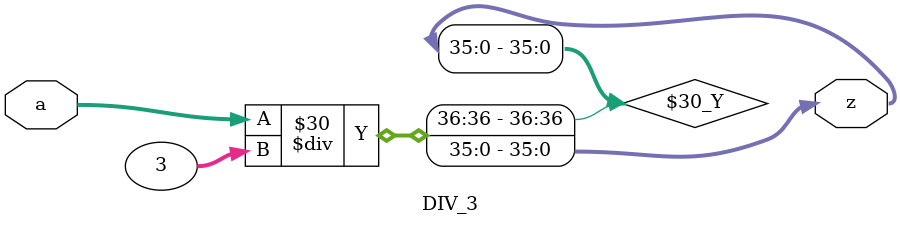
<source format=v>

`ifdef RTL
	`include "GATED_OR.v"
`else
	`include "Netlist/GATED_OR_SYN.v"
`endif
// synopsys translate_on

module SAD(
    //Input signals
    clk,
    rst_n,
    cg_en,
    in_valid,
	in_data1,
    T,
    in_data2,
    w_Q,
    w_K,
    w_V,

    //Output signals
    out_valid,
    out_data
    );

input clk;
input rst_n;
input in_valid;
input cg_en;
input signed [5:0] in_data1;
input [3:0] T;
input signed [7:0] in_data2;
input signed [7:0] w_Q;
input signed [7:0] w_K;
input signed [7:0] w_V;

output reg out_valid;
output reg signed [91:0] out_data;

//==============================================//
//       parameter & integer declaration        //
//==============================================//
parameter d_model = 'd8;

genvar k;

//==============================================//
//           reg & wire declaration             //
//==============================================//

reg [8:0] cnt_clk, next_cnt_clk;  // 0 ~ 307 (9 bits)
reg [6:0] handle_cycles_t8;   // 1*8 or 4*8 or 8*8 = 8 ~ 64
reg [6:0] handle_cycles_tt;   // 1*1 or 4*4 or 8*8 = 1 ~ 64
reg [8:0] QK_start_cycle;
reg [8:0] SV_start_cycle;
reg [8:0] out_start_cycle;
reg [8:0] end_cycle;     // max = 307 ??

// ----------------- input buffer -----------------
wire in_data1_valid, in_data2_valid, Q_valid, K_valid, V_valid;

reg signed [5:0] in_data1_reg [0:15];
reg [3:0] T_reg;
wire signed [7:0] in_data2_reg [0:63];
wire signed [7:0] w_Q_reg [0:63];
wire signed [7:0] w_K_reg [0:63];
wire signed [7:0] w_V_reg [0:63];

// ----------------- det -----------------
reg [3:0] det_cnt;    // 0 ~ 11
wire is_det;
reg  is_det_d1, is_det_d2, is_det_d3;

reg signed [20:0] det_tmp;   // 21-bit
reg signed [24:0] det_result;

// ----------------- matrix multiply -----------------
reg [4:0] mult_cnt_small;   // 0~191
reg [4:0] mult_cnt_small_d1;
wire is_multiplying;
wire Q_mult, K_mult, V_mult;
reg  Q_mult_d1, K_mult_d1, V_mult_d1;

wire signed [7:0] w_Q_transpose [0:63];
wire signed [7:0] w_K_transpose [0:63];
wire signed [7:0] w_V_transpose [0:63];

wire is_QK;
reg [5:0] mult_cnt_QK, mult_cnt_QK_d1, mult_cnt_QK_d2, mult_cnt_QK_d3;

reg signed [37:0] A_tmp;     // 38-bit
wire signed [36:0] A_pos;     // 37-bit

reg [36:0] div_a;   // 37-bit, all positive, unsigned
reg [35:0] div_z;   // 36-bit

reg signed [36:0] S_reg [0:63];

wire is_SV;
reg is_SV_d1;
reg [7:0] mult_cnt_SV, mult_cnt_SV_d1;   // 0~191

reg signed [18:0] V_transpose [0:63];

// ----------------- mult -----------------
reg signed [7:0]  mult_s1_a [0:7];
reg signed [7:0]  mult_s1_b [0:7];
reg signed [15:0] mult_s1_z [0:7];

reg signed [7:0]  mult_s2_a [0:7];
reg signed [7:0]  mult_s2_b [0:7];
reg signed [15:0] mult_s2_z [0:7];

reg signed [18:0] mult_b_a [0:7];
wire signed [36:0] mult_b_b [0:7];
reg signed [53:0] mult_b_z [0:7];

reg signed [24:0] mult_f_a;
reg signed [53:0] mult_f_b;
reg signed [91:0] mult_f_z;

reg signed [18:0] Q_reg [0:63], K_reg [0:63], V_reg [0:63];     // 19-bit

//==============================================//
//                  design                      //
//==============================================//

wire the_end = (cnt_clk == end_cycle);

// reg [8:0] cnt_clk;  // 0 ~ 307 (9 bits)
always @(posedge clk or negedge rst_n) begin
	if (!rst_n) cnt_clk <= 7'b0;
	else cnt_clk <= next_cnt_clk;
end

// reg [8:0] next_cnt_clk;  // 0 ~ 307 (9 bits)
always @(*) begin
    next_cnt_clk = cnt_clk;
    if      (the_end)                    next_cnt_clk = 9'b0;
    else if (cnt_clk > 9'b0 || in_valid) next_cnt_clk = cnt_clk + 9'd1;
end

// ----------------- input -----------------

// wire in_data1_valid, in_data2_valid, Q_valid, K_valid, V_valid;
assign in_data1_valid = in_valid && cnt_clk < 9'd16;
assign in_data2_valid = in_valid && cnt_clk < ({3'd0, T_reg} << 3);
assign Q_valid = in_valid &&                     cnt_clk < 9'd64;
assign K_valid = in_valid && cnt_clk > 9'd63  && cnt_clk < 9'd128;
assign V_valid = in_valid && cnt_clk > 9'd127 && cnt_clk < 9'd192;

// reg [3:0] T_reg;
always @(posedge clk or negedge rst_n) begin
    if      (!rst_n)                      T_reg <= 4'd0;
    else if (in_valid && cnt_clk == 9'd0) T_reg <= T;
end

// reg [6:0] handle_cycles_t8;   // 1*8 or 4*8 or 8*8 = 8 ~ 64
always @(*) begin
    case (T_reg)
        1:       handle_cycles_t8 = 7'd8;
        4:       handle_cycles_t8 = 7'd32;
        default: handle_cycles_t8 = 7'd64;
    endcase
end
// reg [6:0] handle_cycles_tt;   // 1*1 or 4*4 or 8*8 = 1 ~ 64
always @(*) begin
    case (T_reg)
        1:       handle_cycles_tt = 7'd1;
        4:       handle_cycles_tt = 7'd32;
        default: handle_cycles_tt = 7'd64;
    endcase
end

// reg [8:0] QK_start_cycle;
always @(*) begin
    case (T_reg)
        1:       QK_start_cycle = 9'd190;
        4:       QK_start_cycle = 9'd148;
        default: QK_start_cycle = 9'd148;
    endcase
end

// reg [8:0] SV_start_cycle;
always @(*) begin
    case (T_reg)
        1:       SV_start_cycle = 9'd194;
        4:       SV_start_cycle = 9'd195;
        default: SV_start_cycle = 9'd212;
    endcase
end

// reg [8:0] out_start_cycle;
always @(*) begin
    case (T_reg)
        1:       out_start_cycle = 9'd196;
        4:       out_start_cycle = 9'd197;
        default: out_start_cycle = 9'd214;
    endcase
end

// reg [8:0] end_cycle;     // max = 307 ??
always @(*) begin
    case (T_reg)
        1:       end_cycle = 9'd204;
        4:       end_cycle = 9'd229;
        default: end_cycle = 9'd278;
    endcase
end

wire in_data1_clk;
wire in_data1_sleep = cg_en & ~(cnt_clk <= 27);
GATED_OR GATED_in_data1 (.CLOCK(clk), .SLEEP_CTRL(in_data1_sleep), .RST_N(rst_n), .CLOCK_GATED(in_data1_clk));

// reg signed [5:0] in_data1_reg [0:15];
always @(posedge in_data1_clk or negedge rst_n) begin
// always @(posedge clk or negedge rst_n) begin
    integer i;
    if (!rst_n) for (i = 0; i < 16; i  = i + 1) in_data1_reg[i] <= 6'd0;
    // ----------------- input -----------------
    else if (in_data1_valid) in_data1_reg[cnt_clk] <= in_data1;
    // -------------- determinent --------------
    else if (is_det) begin
        in_data1_reg[0] <= in_data1_reg[1];
        in_data1_reg[1] <= in_data1_reg[2];
        in_data1_reg[2] <= in_data1_reg[3];
        in_data1_reg[3] <= in_data1_reg[0];

        in_data1_reg[4] <= in_data1_reg[5];
        in_data1_reg[5] <= in_data1_reg[6];
        in_data1_reg[6] <= in_data1_reg[7];
        in_data1_reg[7] <= in_data1_reg[4];
        
        in_data1_reg[8] <= in_data1_reg[9];
        in_data1_reg[9] <= in_data1_reg[10];
        in_data1_reg[10] <= in_data1_reg[11];
        in_data1_reg[11] <= in_data1_reg[8];

        in_data1_reg[12] <= in_data1_reg[13];
        in_data1_reg[13] <= in_data1_reg[14];
        in_data1_reg[14] <= in_data1_reg[15];
        in_data1_reg[15] <= in_data1_reg[12];
    end
end

wire in_data2_clk_h1, in_data2_clk_h2;
wire in_data2_sleep = cg_en & ~(cnt_clk < ({3'd0, T_reg} << 3)) & ~(the_end);
GATED_OR GATED_in_data2_h1 (.CLOCK(clk), .SLEEP_CTRL(in_data2_sleep), .RST_N(rst_n), .CLOCK_GATED(in_data2_clk_h1));
GATED_OR GATED_in_data2_h2 (.CLOCK(clk), .SLEEP_CTRL(in_data2_sleep), .RST_N(rst_n), .CLOCK_GATED(in_data2_clk_h2));

reg signed [7:0] in_data2_reg_h1 [0:31], in_data2_reg_h2 [32:63];

// reg signed [7:0] in_data2_reg [0:63];
always @(posedge in_data2_clk_h1 or negedge rst_n) begin
// always @(posedge clk or negedge rst_n) begin
    integer i;
    if      (!rst_n)                            for (i = 0; i < 32; i  = i + 1) in_data2_reg_h1[i] <= 8'd0;
    else if (the_end)                           for (i = 8; i < 32; i  = i + 1) in_data2_reg_h1[i] <= 8'd0;
    else if (in_data2_valid && cnt_clk < 9'd32) in_data2_reg_h1[cnt_clk] <= in_data2;
end

always @(posedge in_data2_clk_h2 or negedge rst_n) begin
// always @(posedge clk or negedge rst_n) begin
    integer i;
    if      (!rst_n)                            for (i = 32; i < 64; i  = i + 1) in_data2_reg_h2[i] <= 8'd0;
    else if (the_end)                           for (i = 32; i < 64; i  = i + 1) in_data2_reg_h2[i] <= 8'd0;
    else if (in_data2_valid && cnt_clk > 9'd31) in_data2_reg_h2[cnt_clk] <= in_data2;
end

generate
    for (k = 0; k < 32; k = k + 1) begin: recover_in_data2_reg
        assign in_data2_reg[k]    = in_data2_reg_h1[k];
        assign in_data2_reg[k+32] = in_data2_reg_h2[k+32];
    end
endgenerate

wire w_Q_clk_h1, w_Q_clk_h2;
wire w_K_clk_h1, w_K_clk_h2;
wire w_V_clk_h1, w_V_clk_h2;
wire w_Q_sleep = cg_en & ~(cnt_clk < 9'd64);
wire w_K_sleep = cg_en & ~(cnt_clk > 9'd63  && cnt_clk < 9'd128);
wire w_V_sleep = cg_en & ~(cnt_clk > 9'd127 && cnt_clk < 9'd192);
GATED_OR GATED_w_Q_h1 (.CLOCK(clk), .SLEEP_CTRL(w_Q_sleep), .RST_N(rst_n), .CLOCK_GATED(w_Q_clk_h1));
GATED_OR GATED_w_K_h1 (.CLOCK(clk), .SLEEP_CTRL(w_K_sleep), .RST_N(rst_n), .CLOCK_GATED(w_K_clk_h1));
GATED_OR GATED_w_V_h1 (.CLOCK(clk), .SLEEP_CTRL(w_V_sleep), .RST_N(rst_n), .CLOCK_GATED(w_V_clk_h1));
GATED_OR GATED_w_Q_h2 (.CLOCK(clk), .SLEEP_CTRL(w_Q_sleep), .RST_N(rst_n), .CLOCK_GATED(w_Q_clk_h2));
GATED_OR GATED_w_K_h2 (.CLOCK(clk), .SLEEP_CTRL(w_K_sleep), .RST_N(rst_n), .CLOCK_GATED(w_K_clk_h2));
GATED_OR GATED_w_V_h2 (.CLOCK(clk), .SLEEP_CTRL(w_V_sleep), .RST_N(rst_n), .CLOCK_GATED(w_V_clk_h2));

reg signed [7:0] w_Q_reg_h1 [0:31], w_Q_reg_h2 [32:63];
reg signed [7:0] w_K_reg_h1 [0:31], w_K_reg_h2 [32:63];
reg signed [7:0] w_V_reg_h1 [0:31], w_V_reg_h2 [32:63];

generate
    for (k = 0; k < 32; k = k + 1) begin: recover_w_QKV_reg
        assign w_Q_reg[k] = w_Q_reg_h1[k];
        assign w_K_reg[k] = w_K_reg_h1[k];
        assign w_V_reg[k] = w_V_reg_h1[k];
        assign w_Q_reg[k+32] = w_Q_reg_h2[k+32];
        assign w_K_reg[k+32] = w_K_reg_h2[k+32];
        assign w_V_reg[k+32] = w_V_reg_h2[k+32];
    end
endgenerate

// reg signed [7:0] w_Q_reg [0:63];
always @(posedge w_Q_clk_h1 or negedge rst_n) begin
    integer i;
    if      (!rst_n)  for (i = 0; i < 32; i = i + 1) w_Q_reg_h1[i] <= 8'd0;
    else if (Q_valid && cnt_clk[5:0] < 6'd32) w_Q_reg_h1[cnt_clk[5:0]] <= w_Q;
end
always @(posedge w_Q_clk_h2 or negedge rst_n) begin
    integer i;
    if      (!rst_n)  for (i = 32; i < 64; i = i + 1) w_Q_reg_h2[i] <= 8'd0;
    else if (Q_valid && cnt_clk[5:0] > 6'd31) w_Q_reg_h2[cnt_clk[5:0]] <= w_Q;
end

// reg signed [7:0] w_K_reg [0:63];
always @(posedge w_K_clk_h1 or negedge rst_n) begin
    integer i;
    if      (!rst_n)  for (i = 0; i < 32; i = i + 1) w_K_reg_h1[i] <= 8'd0;
    else if (K_valid && cnt_clk[5:0] < 6'd32) w_K_reg_h1[cnt_clk[5:0]] <= w_K;
end
always @(posedge w_K_clk_h2 or negedge rst_n) begin
    integer i;
    if      (!rst_n)  for (i = 32; i < 64; i = i + 1) w_K_reg_h2[i] <= 8'd0;
    else if (K_valid && cnt_clk[5:0] > 6'd31) w_K_reg_h2[cnt_clk[5:0]] <= w_K;
end

// reg signed [7:0] w_V_reg [0:63];
always @(posedge w_V_clk_h1 or negedge rst_n) begin
    integer i;
    if      (!rst_n)  for (i = 0; i < 32; i = i + 1) w_V_reg_h1[i] <= 8'd0;
    else if (V_valid && cnt_clk[5:0] < 6'd32) w_V_reg_h1[cnt_clk[5:0]] <= w_V;
end
always @(posedge w_V_clk_h2 or negedge rst_n) begin
    integer i;
    if      (!rst_n)  for (i = 32; i < 64; i = i + 1) w_V_reg_h2[i] <= 8'd0;
    else if (V_valid && cnt_clk[5:0] > 6'd31) w_V_reg_h2[cnt_clk[5:0]] <= w_V;
end

// -------------- determinent --------------

wire det_cnt_clk;
wire det_cnt_sleep = cg_en & ~(is_det) & ~(the_end);
GATED_OR GATED_det_cnt (.CLOCK(clk), .SLEEP_CTRL(det_cnt_sleep), .RST_N(rst_n), .CLOCK_GATED(det_cnt_clk));

// reg [3:0] det_cnt;    // 0 ~ 11
always @(posedge det_cnt_clk or negedge rst_n) begin
// always @(posedge clk or negedge rst_n) begin
    if      (!rst_n) det_cnt <= 4'd0;
    else if (is_det) det_cnt <= det_cnt + 4'd1;
    else if (the_end) det_cnt <= 4'd0;
end

// wire is_det;
assign is_det = (cnt_clk >= 9'd16 && cnt_clk <= 9'd27);

wire is_det_d_clk;
wire is_det_d_sleep = cg_en & ~(cnt_clk >= 9'd16 && cnt_clk <= 9'd30);
GATED_OR GATED_is_det_d (.CLOCK(clk), .SLEEP_CTRL(is_det_d_sleep), .RST_N(rst_n), .CLOCK_GATED(is_det_d_clk));

// reg is_det_d1, is_det_d2, is_det_d3;
always @(posedge is_det_d_clk or negedge rst_n) begin
// always @(posedge clk or negedge rst_n) begin
    if (!rst_n) begin
        is_det_d1 <= 1'b0;
        is_det_d2 <= 1'b0;
        is_det_d3 <= 1'b0;
    end
    else begin
        is_det_d1 <= is_det;
        is_det_d2 <= is_det_d1;
        is_det_d3 <= is_det_d2;
    end
end

// + a0 a5 a10 a15
// - a1 a6 a11 a12
// + a2 a7 a8  a13
// - a3 a4 a9  a14

// + a0 a6 a11 a13
// - a1 a7 a8  a14
// + a2 a4 a9  a15
// - a3 a5 a10 a12

// + a0 a7 a9  a14
// - a1 a4 a10 a15
// + a2 a5 a11 a12
// - a3 a6 a8  a13

//--------------------

// - a0 a7 a10 a13
// + a1 a4 a11 a14 
// - a2 a5 a8  a15
// + a3 a6 a9  a12

// - a0 a5 a11 a14
// + a1 a6 a8  a15 
// - a2 a7 a9  a12
// + a3 a4 a10 a13 

// - a0 a6 a9  a15
// + a1 a7 a10 a12
// - a2 a4 a11 a13 
// + a3 a5 a8  a14

wire mult_s1_clk, mult_s2_clk;
wire mult_s1_sleep = cg_en & ~is_det & ~Q_mult & ~K_mult & ~V_mult & ~(the_end);
wire mult_s2_sleep = cg_en           & ~Q_mult & ~K_mult & ~V_mult & ~(the_end);
GATED_OR GATED_mult_s1 (.CLOCK(clk), .SLEEP_CTRL(mult_s1_sleep), .RST_N(rst_n), .CLOCK_GATED(mult_s1_clk));
GATED_OR GATED_mult_s2 (.CLOCK(clk), .SLEEP_CTRL(mult_s2_sleep), .RST_N(rst_n), .CLOCK_GATED(mult_s2_clk));

// reg signed [7:0] mult_s_a[0:7], mult_s_b[0:7]
always @(posedge mult_s1_clk or negedge rst_n) begin
// always @(posedge clk or negedge rst_n) begin
    integer i;
    if (!rst_n) begin
        for (i = 0; i < 8; i = i + 1) begin
            mult_s1_a[i] <= 8'd0;
            mult_s1_b[i] <= 8'd0;
        end
    end
    else if (is_det) begin
        case (det_cnt[3:2])
            2'd1: begin
                // -
                mult_s1_a[0] <= {{2{in_data1_reg[0][5]}},  in_data1_reg[0]};
                mult_s1_b[0] <= {{2{in_data1_reg[6][5]}},  in_data1_reg[6]};
                mult_s1_a[1] <= {{2{in_data1_reg[11][5]}}, in_data1_reg[11]};
                mult_s1_b[1] <= {{2{in_data1_reg[13][5]}}, in_data1_reg[13]};
                // +
                
                mult_s1_a[2] <= {{2{in_data1_reg[0][5]}},  in_data1_reg[0]};
                mult_s1_b[2] <= {{2{in_data1_reg[5][5]}},  in_data1_reg[5]};
                mult_s1_a[3] <= {{2{in_data1_reg[11][5]}}, in_data1_reg[11]};
                mult_s1_b[3] <= {{2{in_data1_reg[14][5]}}, in_data1_reg[14]};
            end
            2'd2: begin
                // +
                mult_s1_a[0] <= {{2{in_data1_reg[0][5]}},  in_data1_reg[0]};
                mult_s1_b[0] <= {{2{in_data1_reg[7][5]}},  in_data1_reg[7]};
                mult_s1_a[1] <= {{2{in_data1_reg[9][5]}},  in_data1_reg[9]};
                mult_s1_b[1] <= {{2{in_data1_reg[14][5]}}, in_data1_reg[14]};
                // -
                mult_s1_a[2] <= {{2{in_data1_reg[0][5]}},  in_data1_reg[0]};
                mult_s1_b[2] <= {{2{in_data1_reg[6][5]}},  in_data1_reg[6]};
                mult_s1_a[3] <= {{2{in_data1_reg[9][5]}},  in_data1_reg[9]};
                mult_s1_b[3] <= {{2{in_data1_reg[15][5]}}, in_data1_reg[15]};
            end
            default: begin      // 0 or 3
                // -
                mult_s1_a[0] <= {{2{in_data1_reg[0][5]}},  in_data1_reg[0]};
                mult_s1_b[0] <= {{2{in_data1_reg[5][5]}},  in_data1_reg[5]};
                mult_s1_a[1] <= {{2{in_data1_reg[10][5]}}, in_data1_reg[10]};
                mult_s1_b[1] <= {{2{in_data1_reg[15][5]}}, in_data1_reg[15]};
                // +
                mult_s1_a[2] <= {{2{in_data1_reg[0][5]}},  in_data1_reg[0]};
                mult_s1_b[2] <= {{2{in_data1_reg[7][5]}},  in_data1_reg[7]};
                mult_s1_a[3] <= {{2{in_data1_reg[10][5]}}, in_data1_reg[10]};
                mult_s1_b[3] <= {{2{in_data1_reg[13][5]}}, in_data1_reg[13]};
            end
        endcase
    end
    else if (Q_mult) begin
        mult_s1_a[0] <= in_data2_reg[{mult_cnt_small[4:3], 4'd0}];
        mult_s1_a[1] <= in_data2_reg[{mult_cnt_small[4:3], 4'd1}];
        mult_s1_a[2] <= in_data2_reg[{mult_cnt_small[4:3], 4'd2}];
        mult_s1_a[3] <= in_data2_reg[{mult_cnt_small[4:3], 4'd3}];
        mult_s1_a[4] <= in_data2_reg[{mult_cnt_small[4:3], 4'd4}];
        mult_s1_a[5] <= in_data2_reg[{mult_cnt_small[4:3], 4'd5}];
        mult_s1_a[6] <= in_data2_reg[{mult_cnt_small[4:3], 4'd6}];
        mult_s1_a[7] <= in_data2_reg[{mult_cnt_small[4:3], 4'd7}];

        mult_s1_b[0] <= w_Q_transpose[{mult_cnt_small[2:0], 3'd0}];
        mult_s1_b[1] <= w_Q_transpose[{mult_cnt_small[2:0], 3'd1}];
        mult_s1_b[2] <= w_Q_transpose[{mult_cnt_small[2:0], 3'd2}];
        mult_s1_b[3] <= w_Q_transpose[{mult_cnt_small[2:0], 3'd3}];
        mult_s1_b[4] <= w_Q_transpose[{mult_cnt_small[2:0], 3'd4}];
        mult_s1_b[5] <= w_Q_transpose[{mult_cnt_small[2:0], 3'd5}];
        mult_s1_b[6] <= w_Q_transpose[{mult_cnt_small[2:0], 3'd6}];
        mult_s1_b[7] <= w_Q_transpose[{mult_cnt_small[2:0], 3'd7}];
    end
    else if (K_mult) begin
        mult_s1_a[0] <= in_data2_reg[{mult_cnt_small[4:3], 4'd0}];
        mult_s1_a[1] <= in_data2_reg[{mult_cnt_small[4:3], 4'd1}];
        mult_s1_a[2] <= in_data2_reg[{mult_cnt_small[4:3], 4'd2}];
        mult_s1_a[3] <= in_data2_reg[{mult_cnt_small[4:3], 4'd3}];
        mult_s1_a[4] <= in_data2_reg[{mult_cnt_small[4:3], 4'd4}];
        mult_s1_a[5] <= in_data2_reg[{mult_cnt_small[4:3], 4'd5}];
        mult_s1_a[6] <= in_data2_reg[{mult_cnt_small[4:3], 4'd6}];
        mult_s1_a[7] <= in_data2_reg[{mult_cnt_small[4:3], 4'd7}];

        mult_s1_b[0] <= w_K_transpose[{mult_cnt_small[2:0], 3'd0}];
        mult_s1_b[1] <= w_K_transpose[{mult_cnt_small[2:0], 3'd1}];
        mult_s1_b[2] <= w_K_transpose[{mult_cnt_small[2:0], 3'd2}];
        mult_s1_b[3] <= w_K_transpose[{mult_cnt_small[2:0], 3'd3}];
        mult_s1_b[4] <= w_K_transpose[{mult_cnt_small[2:0], 3'd4}];
        mult_s1_b[5] <= w_K_transpose[{mult_cnt_small[2:0], 3'd5}];
        mult_s1_b[6] <= w_K_transpose[{mult_cnt_small[2:0], 3'd6}];
        mult_s1_b[7] <= w_K_transpose[{mult_cnt_small[2:0], 3'd7}];
    end
    else if (V_mult) begin
        mult_s1_a[0] <= in_data2_reg[{mult_cnt_small[4:3], 4'd0}];
        mult_s1_a[1] <= in_data2_reg[{mult_cnt_small[4:3], 4'd1}];
        mult_s1_a[2] <= in_data2_reg[{mult_cnt_small[4:3], 4'd2}];
        mult_s1_a[3] <= in_data2_reg[{mult_cnt_small[4:3], 4'd3}];
        mult_s1_a[4] <= in_data2_reg[{mult_cnt_small[4:3], 4'd4}];
        mult_s1_a[5] <= in_data2_reg[{mult_cnt_small[4:3], 4'd5}];
        mult_s1_a[6] <= in_data2_reg[{mult_cnt_small[4:3], 4'd6}];
        mult_s1_a[7] <= in_data2_reg[{mult_cnt_small[4:3], 4'd7}];

        mult_s1_b[0] <= w_V_transpose[{mult_cnt_small[2:0], 3'd0}];
        mult_s1_b[1] <= w_V_transpose[{mult_cnt_small[2:0], 3'd1}];
        mult_s1_b[2] <= w_V_transpose[{mult_cnt_small[2:0], 3'd2}];
        mult_s1_b[3] <= w_V_transpose[{mult_cnt_small[2:0], 3'd3}];
        mult_s1_b[4] <= w_V_transpose[{mult_cnt_small[2:0], 3'd4}];
        mult_s1_b[5] <= w_V_transpose[{mult_cnt_small[2:0], 3'd5}];
        mult_s1_b[6] <= w_V_transpose[{mult_cnt_small[2:0], 3'd6}];
        mult_s1_b[7] <= w_V_transpose[{mult_cnt_small[2:0], 3'd7}];
    end
    else if (the_end) begin
        for (i = 0; i < 8; i = i + 1) begin
            mult_s1_a[i] <= 8'd0;
            mult_s1_b[i] <= 8'd0;
        end
    end
end
// reg signed [7:0] mult_s_a[0:7], mult_s_b[0:7]
always @(posedge mult_s2_clk or negedge rst_n) begin
// always @(posedge clk or negedge rst_n) begin
    integer i;
    if (!rst_n) begin
        for (i = 0; i < 8; i = i + 1) begin
            mult_s2_a[i] <= 8'd0;
            mult_s2_b[i] <= 8'd0;
        end
    end
    else if (Q_mult) begin
        mult_s2_a[0] <= in_data2_reg[{mult_cnt_small[4:3], 1'b1, 3'd0}];
        mult_s2_a[1] <= in_data2_reg[{mult_cnt_small[4:3], 1'b1, 3'd1}];
        mult_s2_a[2] <= in_data2_reg[{mult_cnt_small[4:3], 1'b1, 3'd2}];
        mult_s2_a[3] <= in_data2_reg[{mult_cnt_small[4:3], 1'b1, 3'd3}];
        mult_s2_a[4] <= in_data2_reg[{mult_cnt_small[4:3], 1'b1, 3'd4}];
        mult_s2_a[5] <= in_data2_reg[{mult_cnt_small[4:3], 1'b1, 3'd5}];
        mult_s2_a[6] <= in_data2_reg[{mult_cnt_small[4:3], 1'b1, 3'd6}];
        mult_s2_a[7] <= in_data2_reg[{mult_cnt_small[4:3], 1'b1, 3'd7}];

        mult_s2_b[0] <= w_Q_transpose[{mult_cnt_small[2:0], 3'd0}];
        mult_s2_b[1] <= w_Q_transpose[{mult_cnt_small[2:0], 3'd1}];
        mult_s2_b[2] <= w_Q_transpose[{mult_cnt_small[2:0], 3'd2}];
        mult_s2_b[3] <= w_Q_transpose[{mult_cnt_small[2:0], 3'd3}];
        mult_s2_b[4] <= w_Q_transpose[{mult_cnt_small[2:0], 3'd4}];
        mult_s2_b[5] <= w_Q_transpose[{mult_cnt_small[2:0], 3'd5}];
        mult_s2_b[6] <= w_Q_transpose[{mult_cnt_small[2:0], 3'd6}];
        mult_s2_b[7] <= w_Q_transpose[{mult_cnt_small[2:0], 3'd7}];
    end
    else if (K_mult) begin
        mult_s2_a[0] <= in_data2_reg[{mult_cnt_small[4:3], 1'b1, 3'd0}];
        mult_s2_a[1] <= in_data2_reg[{mult_cnt_small[4:3], 1'b1, 3'd1}];
        mult_s2_a[2] <= in_data2_reg[{mult_cnt_small[4:3], 1'b1, 3'd2}];
        mult_s2_a[3] <= in_data2_reg[{mult_cnt_small[4:3], 1'b1, 3'd3}];
        mult_s2_a[4] <= in_data2_reg[{mult_cnt_small[4:3], 1'b1, 3'd4}];
        mult_s2_a[5] <= in_data2_reg[{mult_cnt_small[4:3], 1'b1, 3'd5}];
        mult_s2_a[6] <= in_data2_reg[{mult_cnt_small[4:3], 1'b1, 3'd6}];
        mult_s2_a[7] <= in_data2_reg[{mult_cnt_small[4:3], 1'b1, 3'd7}];

        mult_s2_b[0] <= w_K_transpose[{mult_cnt_small[2:0], 3'd0}];
        mult_s2_b[1] <= w_K_transpose[{mult_cnt_small[2:0], 3'd1}];
        mult_s2_b[2] <= w_K_transpose[{mult_cnt_small[2:0], 3'd2}];
        mult_s2_b[3] <= w_K_transpose[{mult_cnt_small[2:0], 3'd3}];
        mult_s2_b[4] <= w_K_transpose[{mult_cnt_small[2:0], 3'd4}];
        mult_s2_b[5] <= w_K_transpose[{mult_cnt_small[2:0], 3'd5}];
        mult_s2_b[6] <= w_K_transpose[{mult_cnt_small[2:0], 3'd6}];
        mult_s2_b[7] <= w_K_transpose[{mult_cnt_small[2:0], 3'd7}];
    end
    else if (V_mult) begin
        mult_s2_a[0] <= in_data2_reg[{mult_cnt_small[4:3], 1'b1, 3'd0}];
        mult_s2_a[1] <= in_data2_reg[{mult_cnt_small[4:3], 1'b1, 3'd1}];
        mult_s2_a[2] <= in_data2_reg[{mult_cnt_small[4:3], 1'b1, 3'd2}];
        mult_s2_a[3] <= in_data2_reg[{mult_cnt_small[4:3], 1'b1, 3'd3}];
        mult_s2_a[4] <= in_data2_reg[{mult_cnt_small[4:3], 1'b1, 3'd4}];
        mult_s2_a[5] <= in_data2_reg[{mult_cnt_small[4:3], 1'b1, 3'd5}];
        mult_s2_a[6] <= in_data2_reg[{mult_cnt_small[4:3], 1'b1, 3'd6}];
        mult_s2_a[7] <= in_data2_reg[{mult_cnt_small[4:3], 1'b1, 3'd7}];

        mult_s2_b[0] <= w_V_transpose[{mult_cnt_small[2:0], 3'd0}];
        mult_s2_b[1] <= w_V_transpose[{mult_cnt_small[2:0], 3'd1}];
        mult_s2_b[2] <= w_V_transpose[{mult_cnt_small[2:0], 3'd2}];
        mult_s2_b[3] <= w_V_transpose[{mult_cnt_small[2:0], 3'd3}];
        mult_s2_b[4] <= w_V_transpose[{mult_cnt_small[2:0], 3'd4}];
        mult_s2_b[5] <= w_V_transpose[{mult_cnt_small[2:0], 3'd5}];
        mult_s2_b[6] <= w_V_transpose[{mult_cnt_small[2:0], 3'd6}];
        mult_s2_b[7] <= w_V_transpose[{mult_cnt_small[2:0], 3'd7}];
    end
    else if (the_end) begin
        for (i = 0; i < 8; i = i + 1) begin
            mult_s2_a[i] <= 8'd0;
            mult_s2_b[i] <= 8'd0;
        end
    end
end

wire mult_b_a_clk, mult_b_b_clk_h1, mult_b_b_clk_h2;
wire mult_b_sleep = cg_en & ~is_det_d1 & ~is_QK & ~is_SV & ~(the_end);
GATED_OR GATED_mult_b_a (.CLOCK(clk), .SLEEP_CTRL(mult_b_sleep), .RST_N(rst_n), .CLOCK_GATED(mult_b_a_clk));
GATED_OR GATED_mult_b_b_h1 (.CLOCK(clk), .SLEEP_CTRL(mult_b_sleep), .RST_N(rst_n), .CLOCK_GATED(mult_b_b_clk_h1));
GATED_OR GATED_mult_b_b_h2 (.CLOCK(clk), .SLEEP_CTRL(mult_b_sleep), .RST_N(rst_n), .CLOCK_GATED(mult_b_b_clk_h2));

reg signed [36:0] mult_b_b_h1[0:3], mult_b_b_h2[4:7];

generate
    for (k = 0; k < 4; k = k + 1) begin: recover_mult_b_b
        assign mult_b_b[k]   = mult_b_b_h1[k];
        assign mult_b_b[k+4] = mult_b_b_h2[k+4];
    end
endgenerate

// reg signed [18:0] mult_b_a[0:7]
// reg signed [36:0] mult_b_b[0:7]
always @(posedge mult_b_a_clk or negedge rst_n) begin
// always @(posedge clk or negedge rst_n) begin
    integer i;
    if (!rst_n) begin
        for (i = 0; i < 8; i = i + 1) begin
            mult_b_a[i] <= 19'd0;
        end
    end
    else if (is_det_d1) begin
        mult_b_a[0] <= {{ 3{mult_s1_z[0][15]}}, mult_s1_z[0]};
        mult_b_a[1] <= {{ 3{mult_s1_z[2][15]}}, mult_s1_z[2]};
    end
    else if (is_QK) begin
        mult_b_a[0] <= Q_reg[{mult_cnt_QK[5:3], 3'd0}];
        mult_b_a[1] <= Q_reg[{mult_cnt_QK[5:3], 3'd1}];
        mult_b_a[2] <= Q_reg[{mult_cnt_QK[5:3], 3'd2}];
        mult_b_a[3] <= Q_reg[{mult_cnt_QK[5:3], 3'd3}];
        mult_b_a[4] <= Q_reg[{mult_cnt_QK[5:3], 3'd4}];
        mult_b_a[5] <= Q_reg[{mult_cnt_QK[5:3], 3'd5}];
        mult_b_a[6] <= Q_reg[{mult_cnt_QK[5:3], 3'd6}];
        mult_b_a[7] <= Q_reg[{mult_cnt_QK[5:3], 3'd7}];
    end
    else if (is_SV) begin
        mult_b_a[0] <= V_transpose[{mult_cnt_SV[2:0], 3'd0}];  // 19-bit
        mult_b_a[1] <= V_transpose[{mult_cnt_SV[2:0], 3'd1}];
        mult_b_a[2] <= V_transpose[{mult_cnt_SV[2:0], 3'd2}];
        mult_b_a[3] <= V_transpose[{mult_cnt_SV[2:0], 3'd3}];
        mult_b_a[4] <= V_transpose[{mult_cnt_SV[2:0], 3'd4}];
        mult_b_a[5] <= V_transpose[{mult_cnt_SV[2:0], 3'd5}];
        mult_b_a[6] <= V_transpose[{mult_cnt_SV[2:0], 3'd6}];
        mult_b_a[7] <= V_transpose[{mult_cnt_SV[2:0], 3'd7}];
    end
    else if (the_end) begin
        for (i = 0; i < 8; i = i + 1) begin
            mult_b_a[i] <= 19'd0;
        end
    end
end
always @(posedge mult_b_b_clk_h1 or negedge rst_n) begin
// always @(posedge clk or negedge rst_n) begin
    integer i;
    if (!rst_n) begin
        for (i = 0; i < 4; i = i + 1) begin
            mult_b_b_h1[i] <= 37'd0;
        end
    end
    else if (is_det_d1) begin
        mult_b_b_h1[0] <= {{21{mult_s1_z[1][15]}}, mult_s1_z[1]};
        mult_b_b_h1[1] <= {{21{mult_s1_z[3][15]}}, mult_s1_z[3]};
    end
    else if (is_QK) begin
        mult_b_b_h1[0] <= {{18{K_reg[{mult_cnt_QK[2:0], 3'd0}][18]}}, K_reg[{mult_cnt_QK[2:0], 3'd0}]};
        mult_b_b_h1[1] <= {{18{K_reg[{mult_cnt_QK[2:0], 3'd1}][18]}}, K_reg[{mult_cnt_QK[2:0], 3'd1}]};
        mult_b_b_h1[2] <= {{18{K_reg[{mult_cnt_QK[2:0], 3'd2}][18]}}, K_reg[{mult_cnt_QK[2:0], 3'd2}]};
        mult_b_b_h1[3] <= {{18{K_reg[{mult_cnt_QK[2:0], 3'd3}][18]}}, K_reg[{mult_cnt_QK[2:0], 3'd3}]};
    end
    else if (is_SV) begin
        mult_b_b_h1[0] <= S_reg[{mult_cnt_SV[5:3], 3'd0}];        // 37-bit
        mult_b_b_h1[1] <= S_reg[{mult_cnt_SV[5:3], 3'd1}];
        mult_b_b_h1[2] <= S_reg[{mult_cnt_SV[5:3], 3'd2}];
        mult_b_b_h1[3] <= S_reg[{mult_cnt_SV[5:3], 3'd3}];
    end
    else if (the_end) begin
        for (i = 0; i < 4; i = i + 1) begin
            mult_b_b_h1[i] <= 37'd0;
        end
    end
end
always @(posedge mult_b_b_clk_h2 or negedge rst_n) begin
// always @(posedge clk or negedge rst_n) begin
    integer i;
    if (!rst_n) begin
        for (i = 4; i < 8; i = i + 1) begin
            mult_b_b_h2[i] <= 37'd0;
        end
    end
    else if (is_QK) begin
        mult_b_b_h2[4] <= {{18{K_reg[{mult_cnt_QK[2:0], 3'd4}][18]}}, K_reg[{mult_cnt_QK[2:0], 3'd4}]};
        mult_b_b_h2[5] <= {{18{K_reg[{mult_cnt_QK[2:0], 3'd5}][18]}}, K_reg[{mult_cnt_QK[2:0], 3'd5}]};
        mult_b_b_h2[6] <= {{18{K_reg[{mult_cnt_QK[2:0], 3'd6}][18]}}, K_reg[{mult_cnt_QK[2:0], 3'd6}]};
        mult_b_b_h2[7] <= {{18{K_reg[{mult_cnt_QK[2:0], 3'd7}][18]}}, K_reg[{mult_cnt_QK[2:0], 3'd7}]};
    end
    else if (is_SV) begin
        mult_b_b_h2[4] <= S_reg[{mult_cnt_SV[5:3], 3'd4}];
        mult_b_b_h2[5] <= S_reg[{mult_cnt_SV[5:3], 3'd5}];
        mult_b_b_h2[6] <= S_reg[{mult_cnt_SV[5:3], 3'd6}];
        mult_b_b_h2[7] <= S_reg[{mult_cnt_SV[5:3], 3'd7}];
    end
    else if (the_end) begin
        for (i = 4; i < 8; i = i + 1) begin
            mult_b_b_h2[i] <= 37'd0;
        end
    end
end

wire det_tmp_clk;
wire det_tmp_sleep = cg_en & ~is_det_d2;
GATED_OR GATED_det_tmp (.CLOCK(clk), .SLEEP_CTRL(det_tmp_sleep), .RST_N(rst_n), .CLOCK_GATED(det_tmp_clk));

// reg signed [20:0] det_tmp;   // 21-bit
always @(posedge det_tmp_clk or negedge rst_n) begin
// always @(posedge clk or negedge rst_n) begin
    if      (!rst_n)     det_tmp <= 25'd0;
    else if (is_det_d2) begin
        if (~cnt_clk[0]) det_tmp <= mult_b_z[0] - mult_b_z[1];
        else             det_tmp <= mult_b_z[1] - mult_b_z[0];
    end
end

wire det_result_clk;
wire det_result_sleep = cg_en & ~is_det_d3 & ~(the_end);
GATED_OR GATED_det_result (.CLOCK(clk), .SLEEP_CTRL(det_result_sleep), .RST_N(rst_n), .CLOCK_GATED(det_result_clk));

// reg signed [24:0] det_result;
always @(posedge det_result_clk or negedge rst_n) begin
// always @(posedge clk or negedge rst_n) begin
    if      (!rst_n)    det_result <= 25'd0;
    else if (is_det_d3) det_result <= det_result + det_tmp;
    else if (the_end)   det_result <= 25'd0;
end

// -------------- attention --------------

assign Q_mult = cnt_clk >= 9'd57  && cnt_clk <= 9'd88;
assign K_mult = cnt_clk >= 9'd121 && cnt_clk <= 9'd152;
assign V_mult = cnt_clk >= 9'd185 && cnt_clk < (T_reg[0] ? 9'd193 : (9'd185 + (handle_cycles_t8>>1)));

// reg Q_mult_d1, K_mult_d1, V_mult_d1;
always @(posedge clk or negedge rst_n) begin
    if (!rst_n) begin
        Q_mult_d1 <= 1'b0;
        K_mult_d1 <= 1'b0;
        V_mult_d1 <= 1'b0;
    end
    else begin
        Q_mult_d1 <= Q_mult;
        K_mult_d1 <= K_mult;
        V_mult_d1 <= V_mult;
    end
end

// wire is_multiplying;
assign is_multiplying = (Q_mult || K_mult || V_mult);

// reg [4:0] mult_cnt_small;   // 0~191
always @(posedge clk or negedge rst_n) begin
    if      (!rst_n)               mult_cnt_small <= 5'd0;
    else if (is_multiplying)       mult_cnt_small <= mult_cnt_small + 5'd1;
    else if (the_end) mult_cnt_small <= 5'd0;
end

// reg [7:0] mult_cnt_small_d1;   // 0~191
always @(posedge clk or negedge rst_n) begin
    if (!rst_n) mult_cnt_small_d1 <= 5'd0;
    else        mult_cnt_small_d1 <= mult_cnt_small;
end

// wire signed [7:0] w_Q_transpose [0:63];
// wire signed [7:0] w_K_transpose [0:63];
// wire signed [7:0] w_V_transpose [0:63];
generate
    for (k = 0; k < 64; k = k + 1) begin: transpose_weight
        assign w_Q_transpose[k] = w_Q_reg[k/8 + 8*(k%8)];
        assign w_K_transpose[k] = w_K_reg[k/8 + 8*(k%8)];
        assign w_V_transpose[k] = w_V_reg[k/8 + 8*(k%8)];
    end
endgenerate

// reg signed [18:0] Q_reg [0:63], K_reg [0:63], V_reg [0:63];     // 19-bit
always @(posedge clk or negedge rst_n) begin
    integer i;
    if (!rst_n) begin
        for (i = 0; i < 64; i = i + 1) Q_reg[i] <= 19'd0;
    end
    else if (Q_mult_d1) begin
        Q_reg[{mult_cnt_small_d1[4:3], 1'b0, mult_cnt_small_d1[2:0]}] <= mult_s1_z[0] + mult_s1_z[1] + mult_s1_z[2] + mult_s1_z[3] + mult_s1_z[4] + mult_s1_z[5] + mult_s1_z[6] + mult_s1_z[7];
        Q_reg[{mult_cnt_small_d1[4:3], 1'b1, mult_cnt_small_d1[2:0]}] <= mult_s2_z[0] + mult_s2_z[1] + mult_s2_z[2] + mult_s2_z[3] + mult_s2_z[4] + mult_s2_z[5] + mult_s2_z[6] + mult_s2_z[7];
    end
    else if (the_end) begin
        for (i = 0; i < 64; i = i + 1) Q_reg[i] <= 19'd0;
    end
end

always @(posedge clk or negedge rst_n) begin
    integer i;
    if (!rst_n) begin
        for (i = 0; i < 64; i = i + 1) K_reg[i] <= 19'd0;
    end
    else if (K_mult_d1) begin
        K_reg[{mult_cnt_small_d1[4:3], 1'b0, mult_cnt_small_d1[2:0]}] <= mult_s1_z[0] + mult_s1_z[1] + mult_s1_z[2] + mult_s1_z[3] + mult_s1_z[4] + mult_s1_z[5] + mult_s1_z[6] + mult_s1_z[7];
        K_reg[{mult_cnt_small_d1[4:3], 1'b1, mult_cnt_small_d1[2:0]}] <= mult_s2_z[0] + mult_s2_z[1] + mult_s2_z[2] + mult_s2_z[3] + mult_s2_z[4] + mult_s2_z[5] + mult_s2_z[6] + mult_s2_z[7];
    end
    else if (the_end) begin
        for (i = 0; i < 64; i = i + 1) K_reg[i] <= 19'd0;
    end
end

always @(posedge clk or negedge rst_n) begin
    integer i;
    if (!rst_n) begin
        for (i = 0; i < 64; i = i + 1) V_reg[i] <= 19'd0;
    end
    else if (V_mult_d1) begin
        V_reg[{mult_cnt_small_d1[4:3], 1'b0, mult_cnt_small_d1[2:0]}] <= mult_s1_z[0] + mult_s1_z[1] + mult_s1_z[2] + mult_s1_z[3] + mult_s1_z[4] + mult_s1_z[5] + mult_s1_z[6] + mult_s1_z[7];
        V_reg[{mult_cnt_small_d1[4:3], 1'b1, mult_cnt_small_d1[2:0]}] <= mult_s2_z[0] + mult_s2_z[1] + mult_s2_z[2] + mult_s2_z[3] + mult_s2_z[4] + mult_s2_z[5] + mult_s2_z[6] + mult_s2_z[7];
    end
    else if (the_end) begin
        for (i = 0; i < 64; i = i + 1) V_reg[i] <= 19'd0;
    end
end

// -------------- QK^T --------------

// reg [7:0] mult_cnt_QK;   // 0~191
always @(posedge clk or negedge rst_n) begin
    if      (!rst_n) mult_cnt_QK <= 8'd0;
    else if (is_QK)  mult_cnt_QK <= mult_cnt_QK + 8'd1;
    else             mult_cnt_QK <= 8'd0;
end

// wire is_QK;
assign is_QK = (cnt_clk >= QK_start_cycle) && (cnt_clk < QK_start_cycle + handle_cycles_tt);

reg is_QK_d1, is_QK_d2, is_QK_d3;
// reg is_QK_d1, is_QK_d2, is_QK_d3;
always @(posedge clk or negedge rst_n) begin
    if (!rst_n) begin
        is_QK_d1 <= 8'd0;
        is_QK_d2 <= 8'd0;
        is_QK_d3 <= 8'd0;
    end
    else begin
        is_QK_d1 <= is_QK;
        is_QK_d2 <= is_QK_d1;
        is_QK_d3 <= is_QK_d2;
    end
end

// reg [7:0] mult_cnt_QK_d1, mult_cnt_QK_d2, mult_cnt_QK_d3;   // 0~191
always @(posedge clk or negedge rst_n) begin
    if (!rst_n) begin
        mult_cnt_QK_d1 <= 8'd0;
        mult_cnt_QK_d2 <= 8'd0;
        mult_cnt_QK_d3 <= 8'd0;
    end
    else begin
        mult_cnt_QK_d1 <= mult_cnt_QK;
        mult_cnt_QK_d2 <= mult_cnt_QK_d1;
        mult_cnt_QK_d3 <= mult_cnt_QK_d2;
    end
end

// reg signed [37:0] A_tmp;     // 38-bit
always @(posedge clk or negedge rst_n) begin
    if      (!rst_n)               A_tmp <= 38'd0;
    else if (is_QK_d1)             A_tmp <= mult_b_z[0] + mult_b_z[1] + mult_b_z[2] + mult_b_z[3] + mult_b_z[4] + mult_b_z[5] + mult_b_z[6] + mult_b_z[7];
    else if (the_end) A_tmp <= 38'd0;
end

// wire signed [36:0] A_pos;     // 37-bit
assign A_pos = ({37{~A_tmp[37]}} & A_tmp[36:0]);

// reg [36:0] div_a;   // 37-bit, all positive, unsigned
always @(posedge clk or negedge rst_n) begin
    if      (!rst_n)   div_a <= 37'd0;
    else if (is_QK_d2) div_a <= A_pos;
end

// reg [35:0] div_z;   // 36-bit
DIV_3 #(37, 36) div_3(.a(div_a), .z(div_z));

// reg signed [36:0] S_reg [0:63];
always @(posedge clk or negedge rst_n) begin
    integer i;
    if (!rst_n) begin
        for (i = 0; i < 64; i = i + 1) S_reg[i] <= 37'd0;
    end
    else if (is_QK_d3) begin
        S_reg[mult_cnt_QK_d3] <= {1'b0, div_z};
    end
    else if (the_end) begin
        for (i = 0; i < 64; i = i + 1) S_reg[i] <= 37'd0;
    end
end

// -------------- SV --------------

// wire is_SV;
assign is_SV = (cnt_clk >= SV_start_cycle) && (cnt_clk < SV_start_cycle + handle_cycles_t8);

// reg is_SV_d1, is_SV_d2, is_SV_d3, is_SV_d4;
always @(posedge clk or negedge rst_n) begin
    if (!rst_n) begin
        is_SV_d1 <= 1'b0;
    end
    else begin
        is_SV_d1 <= is_SV;
    end
end

// reg [7:0] mult_cnt_SV;   // 0~191
always @(posedge clk or negedge rst_n) begin
    if      (!rst_n) mult_cnt_SV <= 8'd0;
    else if (is_SV)  mult_cnt_SV <= mult_cnt_SV + 8'd1;
    else             mult_cnt_SV <= 8'd0;
end

// reg signed [18:0] V_transpose [0:63];
generate
    for (k = 0; k < 64; k = k + 1) begin: transpose_V
        assign V_transpose[k] = V_reg[k/8 + 8*(k%8)];
    end
endgenerate

// reg signed [24:0] mult_f_a;
// reg signed [53:0] mult_f_b;
// reg signed [91:0] mult_f_z;
always @(posedge clk or negedge rst_n) begin
    if (!rst_n) begin
        mult_f_a <= 25'd0;
        mult_f_b <= 54'd0;
    end
    else if (is_SV_d1) begin
        mult_f_a <= det_result;
        mult_f_b <= mult_b_z[0] + mult_b_z[1] + mult_b_z[2] + mult_b_z[3] + mult_b_z[4] + mult_b_z[5] + mult_b_z[6] + mult_b_z[7];
    end
end

// -------------- mult IP --------------

// reg signed [7:0]  mult_s1_a [0:7];
// reg signed [7:0]  mult_s1_b [0:7];
// reg signed [15:0] mult_s1_z [0:7];

// reg signed [18:0] mult_b_a [0:7];
// reg signed [36:0] mult_b_b [0:7];
// reg signed [53:0] mult_b_z [0:7];
generate
    for (k = 0; k < 8; k = k + 1) begin: mult_gen
        MULT #(8, 8, 16) mult_small_1 (.a(mult_s1_a[k]), .b(mult_s1_b[k]), .z(mult_s1_z[k]));
        MULT #(8, 8, 16) mult_small_2 (.a(mult_s2_a[k]), .b(mult_s2_b[k]), .z(mult_s2_z[k]));
        MULT #(19, 37, 54) mult_big   (.a(mult_b_a[k]),  .b(mult_b_b[k]),  .z(mult_b_z[k]));
    end
endgenerate

// reg signed [24:0] mult_f_a;
// reg signed [53:0] mult_f_b;
// reg signed [91:0] mult_f_z;
MULT #(25, 54, 92) mult_final (.a(mult_f_a), .b(mult_f_b), .z(mult_f_z));


// -------------- output --------------


// output reg out_valid;
// output reg signed [91:0] out_data;


always @(posedge clk or negedge rst_n) begin
    if      (!rst_n)                                            out_valid <= 1'b0;
    else if (cnt_clk >= out_start_cycle && cnt_clk < end_cycle) out_valid <= 1'b1;
    else                                                        out_valid <= 1'b0;
end

always @(posedge clk or negedge rst_n) begin
    if      (!rst_n)                                            out_data <= 92'd0;
    else if (cnt_clk >= out_start_cycle && cnt_clk < end_cycle) out_data <= mult_f_z;
    else                                                        out_data <= 92'd0;
end

endmodule

module MULT #(
    parameter a_bits = 8,
    parameter b_bits = 8,
    parameter z_bits = 16
) (
    input signed [a_bits-1:0] a,
    input signed [b_bits-1:0] b,
    output signed [z_bits-1:0] z
);
assign z = a * b;
endmodule

module DIV_3 #(
    parameter a_bits = 37,
    parameter z_bits = 36
) (
    input  [a_bits-1:0] a,
    output [z_bits-1:0] z
);
assign z = a / 3;
endmodule
</source>
